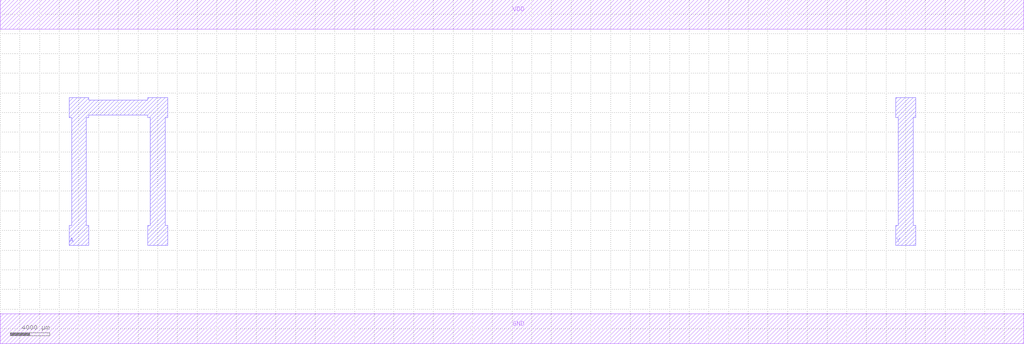
<source format=lef>
MACRO CLKBUF2
 CLASS CORE ;
 ORIGIN 0 0 ;
 FOREIGN CLKBUF2 0 0 ;
 SITE CORE ;
 SYMMETRY X Y R90 ;
  PIN VDD
   DIRECTION INOUT ;
   USE SIGNAL ;
   SHAPE ABUTMENT ;
    PORT
     CLASS CORE ;
       LAYER metal1 ;
        RECT 0.00000000 30500.00000000 104000.00000000 33500.00000000 ;
    END
  END VDD

  PIN GND
   DIRECTION INOUT ;
   USE SIGNAL ;
   SHAPE ABUTMENT ;
    PORT
     CLASS CORE ;
       LAYER metal1 ;
        RECT 0.00000000 -1500.00000000 104000.00000000 1500.00000000 ;
    END
  END GND

  PIN Y
   DIRECTION INOUT ;
   USE SIGNAL ;
   SHAPE ABUTMENT ;
    PORT
     CLASS CORE ;
       LAYER metal2 ;
        POLYGON 91000.00000000 8500.00000000 91000.00000000 10500.00000000 91250.00000000 10500.00000000 91250.00000000 21500.00000000 91000.00000000 21500.00000000 91000.00000000 23500.00000000 93000.00000000 23500.00000000 93000.00000000 21500.00000000 92750.00000000 21500.00000000 92750.00000000 10500.00000000 93000.00000000 10500.00000000 93000.00000000 8500.00000000 ;
    END
  END Y

  PIN A
   DIRECTION INOUT ;
   USE SIGNAL ;
   SHAPE ABUTMENT ;
    PORT
     CLASS CORE ;
       LAYER metal2 ;
        POLYGON 7000.00000000 8500.00000000 7000.00000000 10500.00000000 7250.00000000 10500.00000000 7250.00000000 21500.00000000 7000.00000000 21500.00000000 7000.00000000 23500.00000000 9000.00000000 23500.00000000 9000.00000000 23250.00000000 15000.00000000 23250.00000000 15000.00000000 23500.00000000 17000.00000000 23500.00000000 17000.00000000 21500.00000000 16750.00000000 21500.00000000 16750.00000000 10500.00000000 17000.00000000 10500.00000000 17000.00000000 8500.00000000 15000.00000000 8500.00000000 15000.00000000 10500.00000000 15250.00000000 10500.00000000 15250.00000000 21500.00000000 15000.00000000 21500.00000000 15000.00000000 21750.00000000 9000.00000000 21750.00000000 9000.00000000 21500.00000000 8750.00000000 21500.00000000 8750.00000000 10500.00000000 9000.00000000 10500.00000000 9000.00000000 8500.00000000 ;
    END
  END A


END CLKBUF2

</source>
